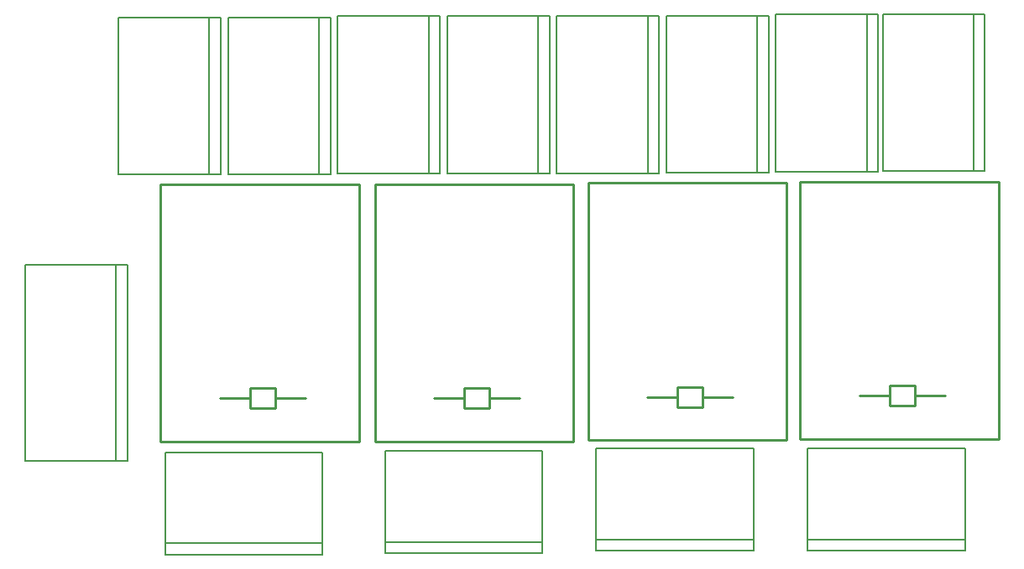
<source format=gto>
G04*
G04 #@! TF.GenerationSoftware,Altium Limited,Altium Designer,20.2.2 (114)*
G04*
G04 Layer_Color=65535*
%FSLAX44Y44*%
%MOMM*%
G71*
G04*
G04 #@! TF.SameCoordinates,4A35201A-C963-4E52-B05F-806438ECE370*
G04*
G04*
G04 #@! TF.FilePolarity,Positive*
G04*
G01*
G75*
%ADD10C,0.2000*%
%ADD11C,0.2540*%
D10*
X735301Y417370D02*
X838371D01*
X735301D02*
Y575970D01*
X838371Y417370D02*
Y575970D01*
X735301D02*
X838371D01*
X826941Y417370D02*
Y575970D01*
X514264Y415580D02*
X617334D01*
X514264D02*
Y574180D01*
X617334Y415580D02*
Y574180D01*
X514264D02*
X617334D01*
X605904Y415580D02*
Y574180D01*
X624783Y416100D02*
X727853D01*
X624783D02*
Y574700D01*
X727853Y416100D02*
Y574700D01*
X624783D02*
X727853D01*
X716423Y416100D02*
Y574700D01*
X72190Y414540D02*
X175260D01*
X72190D02*
Y573140D01*
X175260Y414540D02*
Y573140D01*
X72190D02*
X175260D01*
X163830Y414540D02*
Y573140D01*
X182708Y414540D02*
X285779D01*
X182708D02*
Y573140D01*
X285779Y414540D02*
Y573140D01*
X182708D02*
X285779D01*
X274349Y414540D02*
Y573140D01*
X293227Y415810D02*
X396297D01*
X293227D02*
Y574410D01*
X396297Y415810D02*
Y574410D01*
X293227D02*
X396297D01*
X384867Y415810D02*
Y574410D01*
X403746Y415810D02*
X506816D01*
X403746D02*
Y574410D01*
X506816Y415810D02*
Y574410D01*
X403746D02*
X506816D01*
X495386Y415810D02*
Y574410D01*
X843080Y417660D02*
X946150D01*
X843080D02*
Y576260D01*
X946150Y417660D02*
Y576260D01*
X843080D02*
X946150D01*
X934720Y417660D02*
Y576260D01*
X119210Y30480D02*
Y133550D01*
X277810D01*
X119210Y30480D02*
X277810D01*
Y133550D01*
X119210Y41910D02*
X277810D01*
X767370Y34290D02*
Y137360D01*
X925970D01*
X767370Y34290D02*
X925970D01*
Y137360D01*
X767370Y45720D02*
X925970D01*
X554010Y34290D02*
Y137360D01*
X712610D01*
X554010Y34290D02*
X712610D01*
Y137360D01*
X554010Y45720D02*
X712610D01*
X341170Y31750D02*
Y134820D01*
X499770D01*
X341170Y31750D02*
X499770D01*
Y134820D01*
X341170Y43180D02*
X499770D01*
X69850Y124750D02*
Y322950D01*
X-21790Y124750D02*
X81280D01*
X-21790D02*
Y322950D01*
X81280Y124750D02*
Y322950D01*
X-21790D02*
X81280D01*
D11*
X204510Y198300D02*
X229910D01*
Y177980D02*
Y198300D01*
X204510Y177980D02*
X229910D01*
X204510D02*
Y198300D01*
X229910Y188140D02*
X260390D01*
X174030D02*
X204510D01*
X114670Y144500D02*
Y404500D01*
X314670Y144500D02*
Y404500D01*
X114670Y144500D02*
X314670D01*
X114670Y404500D02*
X314670D01*
X635887Y199570D02*
X661287D01*
Y179250D02*
Y199570D01*
X635887Y179250D02*
X661287D01*
X635887D02*
Y199570D01*
X661287Y189410D02*
X691767D01*
X605407D02*
X635887D01*
X546047Y145770D02*
Y405770D01*
X746047Y145770D02*
Y405770D01*
X546047Y145770D02*
X746047D01*
X546047Y405770D02*
X746047D01*
X420833Y198300D02*
X446233D01*
Y177980D02*
Y198300D01*
X420833Y177980D02*
X446233D01*
X420833D02*
Y198300D01*
X446233Y188140D02*
X476713D01*
X390353D02*
X420833D01*
X330993Y144500D02*
Y404500D01*
X530993Y144500D02*
Y404500D01*
X330993Y144500D02*
X530993D01*
X330993Y404500D02*
X530993D01*
X849670Y200840D02*
X875070D01*
Y180520D02*
Y200840D01*
X849670Y180520D02*
X875070D01*
X849670D02*
Y200840D01*
X875070Y190680D02*
X905550D01*
X819190D02*
X849670D01*
X759830Y147040D02*
Y407040D01*
X959830Y147040D02*
Y407040D01*
X759830Y147040D02*
X959830D01*
X759830Y407040D02*
X959830D01*
M02*

</source>
